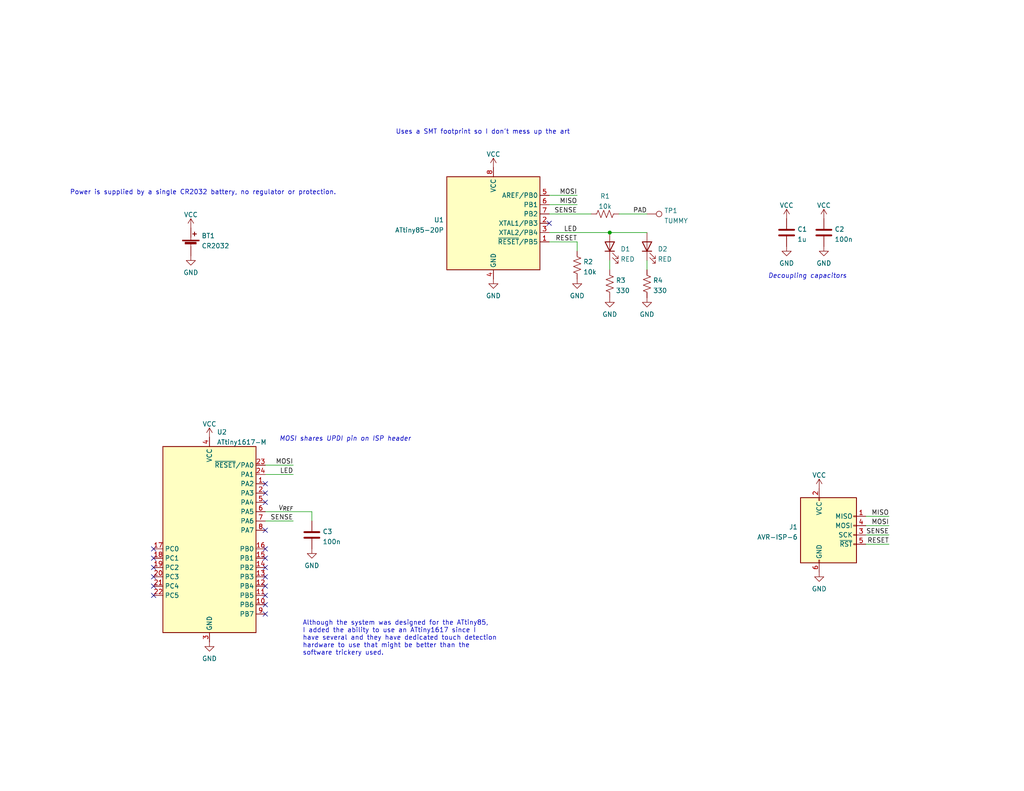
<source format=kicad_sch>
(kicad_sch (version 20250114) (generator "eeschema") (generator_version "9.0")
  (paper "USLetter")
  (title_block (title "Capacitve Sensing Raccoon") (date "2024-01-03") (rev "1.0") (company "Savo Bajic") (comment 1 "Although originally designed for ATtiny85, allows for ATtiny1617") (comment 4 "A small circuit to be handed out as a gift"))
  (lib_symbols
    (symbol "Connector:AVR-ISP-6" (pin_names (offset 1.016))
      (property "Reference" "J" (at -6.35 11.43 0))
      (property "Value" "AVR-ISP-6" (at 0 11.43 0))
      (symbol "AVR-ISP-6_0_1"
        (rectangle (start -2.667 10.16) (end -2.413 9.398))
        (rectangle (start -2.667 -6.858) (end -2.413 -7.62))
        (rectangle (start 7.62 10.16) (end -7.62 -7.62) (stroke (width 0.254)) (fill (type background)))
        (rectangle (start 7.62 5.207) (end 6.858 4.953))
        (rectangle (start 7.62 2.667) (end 6.858 2.413))
        (rectangle (start 7.62 0.127) (end 6.858 -0.127))
        (rectangle (start 7.62 -2.413) (end 6.858 -2.667))
      )
      (symbol "AVR-ISP-6_1_1"
        (pin passive line (at -2.54 12.7 270) (length 2.54) (name "VCC") (number "2"))
        (pin passive line (at -2.54 -10.16 90) (length 2.54) (name "GND") (number "6"))
        (pin passive line (at 10.16 5.08 180) (length 2.54) (name "MISO") (number "1"))
        (pin passive line (at 10.16 2.54 180) (length 2.54) (name "MOSI") (number "4"))
        (pin passive line (at 10.16 0 180) (length 2.54) (name "SCK") (number "3"))
        (pin passive line (at 10.16 -2.54 180) (length 2.54) (name "~{RST}") (number "5"))
      )
    )
    (symbol "Connector:TestPoint" (pin_numbers (hide yes)) (pin_names (offset 0.762) (hide yes))
      (property "Reference" "TP" (at 0 6.858 0))
      (property "Value" "TestPoint" (at 0 5.08 0))
      (symbol "TestPoint_0_1"
        (circle (center 0 3.302) (radius 0.762))
      )
      (symbol "TestPoint_1_1"
        (pin passive line (at 0 0 90) (length 2.54) (name "1") (number "1"))
      )
    )
    (symbol "Device:Battery_Cell" (pin_numbers (hide yes)) (pin_names (offset 0) (hide yes))
      (property "Reference" "BT" (at 2.54 2.54 0))
      (property "Value" "Battery_Cell" (at 2.54 0 0))
      (symbol "Battery_Cell_0_1"
        (rectangle (start -2.286 1.778) (end 2.286 1.524) (fill (type outline)))
        (rectangle (start -1.5748 1.1938) (end 1.4732 0.6858) (fill (type outline)))
        (polyline (pts (xy 0 1.778) (xy 0 2.54)))
        (polyline (pts (xy 0 0.762) (xy 0 0)))
        (polyline (pts (xy 0.508 3.429) (xy 1.524 3.429)) (stroke (width 0.254)))
        (polyline (pts (xy 1.016 3.937) (xy 1.016 2.921)) (stroke (width 0.254)))
      )
      (symbol "Battery_Cell_1_1"
        (pin passive line (at 0 5.08 270) (length 2.54) (name "+") (number "1"))
        (pin passive line (at 0 -2.54 90) (length 2.54) (name "-") (number "2"))
      )
    )
    (symbol "Device:C" (pin_numbers (hide yes)) (pin_names (offset 0.254))
      (property "Reference" "C" (at 0.635 2.54 0))
      (property "Value" "C" (at 0.635 -2.54 0))
      (symbol "C_0_1"
        (polyline (pts (xy -2.032 0.762) (xy 2.032 0.762)) (stroke (width 0.508)))
        (polyline (pts (xy -2.032 -0.762) (xy 2.032 -0.762)) (stroke (width 0.508)))
      )
      (symbol "C_1_1"
        (pin passive line (at 0 3.81 270) (length 2.794) (name "~") (number "1"))
        (pin passive line (at 0 -3.81 90) (length 2.794) (name "~") (number "2"))
      )
    )
    (symbol "Device:LED" (pin_numbers (hide yes)) (pin_names (offset 1.016) (hide yes))
      (property "Reference" "D" (at 0 2.54 0))
      (property "Value" "LED" (at 0 -2.54 0))
      (symbol "LED_0_1"
        (polyline (pts (xy -3.048 -0.762) (xy -4.572 -2.286) (xy -3.81 -2.286) (xy -4.572 -2.286) (xy -4.572 -1.524)))
        (polyline (pts (xy -1.778 -0.762) (xy -3.302 -2.286) (xy -2.54 -2.286) (xy -3.302 -2.286) (xy -3.302 -1.524)))
        (polyline (pts (xy -1.27 0) (xy 1.27 0)))
        (polyline (pts (xy -1.27 -1.27) (xy -1.27 1.27)) (stroke (width 0.254)))
        (polyline (pts (xy 1.27 -1.27) (xy 1.27 1.27) (xy -1.27 0) (xy 1.27 -1.27)) (stroke (width 0.254)))
      )
      (symbol "LED_1_1"
        (pin passive line (at -3.81 0 0) (length 2.54) (name "K") (number "1"))
        (pin passive line (at 3.81 0 180) (length 2.54) (name "A") (number "2"))
      )
    )
    (symbol "Device:R_US" (pin_numbers (hide yes)) (pin_names (offset 0))
      (property "Reference" "R" (at 2.54 0 90))
      (property "Value" "R_US" (at -2.54 0 90))
      (symbol "R_US_0_1"
        (polyline (pts (xy 0 2.286) (xy 0 2.54)))
        (polyline (pts (xy 0 2.286) (xy 1.016 1.905) (xy 0 1.524) (xy -1.016 1.143) (xy 0 0.762)))
        (polyline (pts (xy 0 0.762) (xy 1.016 0.381) (xy 0 0) (xy -1.016 -0.381) (xy 0 -0.762)))
        (polyline (pts (xy 0 -0.762) (xy 1.016 -1.143) (xy 0 -1.524) (xy -1.016 -1.905) (xy 0 -2.286)))
        (polyline (pts (xy 0 -2.286) (xy 0 -2.54)))
      )
      (symbol "R_US_1_1"
        (pin passive line (at 0 3.81 270) (length 1.27) (name "~") (number "1"))
        (pin passive line (at 0 -3.81 90) (length 1.27) (name "~") (number "2"))
      )
    )
    (symbol "MCU_Microchip_ATtiny:ATtiny1617-M"
      (property "Reference" "U" (at -12.7 26.67 0))
      (property "Value" "ATtiny1617-M" (at 2.54 -26.67 0))
      (symbol "ATtiny1617-M_0_1"
        (rectangle (start -12.7 -25.4) (end 12.7 25.4) (stroke (width 0.254)) (fill (type background)))
      )
      (symbol "ATtiny1617-M_1_1"
        (pin bidirectional line (at -15.24 -2.54 0) (length 2.54) (name "PC0") (number "17"))
        (pin bidirectional line (at -15.24 -5.08 0) (length 2.54) (name "PC1") (number "18"))
        (pin bidirectional line (at -15.24 -7.62 0) (length 2.54) (name "PC2") (number "19"))
        (pin bidirectional line (at -15.24 -10.16 0) (length 2.54) (name "PC3") (number "20"))
        (pin bidirectional line (at -15.24 -12.7 0) (length 2.54) (name "PC4") (number "21"))
        (pin bidirectional line (at -15.24 -15.24 0) (length 2.54) (name "PC5") (number "22"))
        (pin power_in line (at 0 27.94 270) (length 2.54) (name "VCC") (number "4"))
        (pin passive line (at 0 -27.94 90) (length 2.54) (hide yes) (name "GND") (number "25"))
        (pin power_in line (at 0 -27.94 90) (length 2.54) (name "GND") (number "3"))
        (pin bidirectional line (at 15.24 20.32 180) (length 2.54) (name "~{RESET}/PA0") (number "23"))
        (pin bidirectional line (at 15.24 17.78 180) (length 2.54) (name "PA1") (number "24"))
        (pin bidirectional line (at 15.24 15.24 180) (length 2.54) (name "PA2") (number "1"))
        (pin bidirectional line (at 15.24 12.7 180) (length 2.54) (name "PA3") (number "2"))
        (pin bidirectional line (at 15.24 10.16 180) (length 2.54) (name "PA4") (number "5"))
        (pin bidirectional line (at 15.24 7.62 180) (length 2.54) (name "PA5") (number "6"))
        (pin bidirectional line (at 15.24 5.08 180) (length 2.54) (name "PA6") (number "7"))
        (pin bidirectional line (at 15.24 2.54 180) (length 2.54) (name "PA7") (number "8"))
        (pin bidirectional line (at 15.24 -2.54 180) (length 2.54) (name "PB0") (number "16"))
        (pin bidirectional line (at 15.24 -5.08 180) (length 2.54) (name "PB1") (number "15"))
        (pin bidirectional line (at 15.24 -7.62 180) (length 2.54) (name "PB2") (number "14"))
        (pin bidirectional line (at 15.24 -10.16 180) (length 2.54) (name "PB3") (number "13"))
        (pin bidirectional line (at 15.24 -12.7 180) (length 2.54) (name "PB4") (number "12"))
        (pin bidirectional line (at 15.24 -15.24 180) (length 2.54) (name "PB5") (number "11"))
        (pin bidirectional line (at 15.24 -17.78 180) (length 2.54) (name "PB6") (number "10"))
        (pin bidirectional line (at 15.24 -20.32 180) (length 2.54) (name "PB7") (number "9"))
      )
    )
    (symbol "MCU_Microchip_ATtiny:ATtiny85-20P"
      (property "Reference" "U" (at -12.7 13.97 0))
      (property "Value" "ATtiny85-20P" (at 2.54 -13.97 0))
      (symbol "ATtiny85-20P_0_1"
        (rectangle (start -12.7 -12.7) (end 12.7 12.7) (stroke (width 0.254)) (fill (type background)))
      )
      (symbol "ATtiny85-20P_1_1"
        (pin power_in line (at 0 15.24 270) (length 2.54) (name "VCC") (number "8"))
        (pin power_in line (at 0 -15.24 90) (length 2.54) (name "GND") (number "4"))
        (pin bidirectional line (at 15.24 7.62 180) (length 2.54) (name "AREF/PB0") (number "5"))
        (pin bidirectional line (at 15.24 5.08 180) (length 2.54) (name "PB1") (number "6"))
        (pin bidirectional line (at 15.24 2.54 180) (length 2.54) (name "PB2") (number "7"))
        (pin bidirectional line (at 15.24 0 180) (length 2.54) (name "XTAL1/PB3") (number "2"))
        (pin bidirectional line (at 15.24 -2.54 180) (length 2.54) (name "XTAL2/PB4") (number "3"))
        (pin bidirectional line (at 15.24 -5.08 180) (length 2.54) (name "~{RESET}/PB5") (number "1"))
      )
    )
    (symbol "power:GND" (power) (pin_names (offset 0))
      (property "Value" "GND" (at 0 -3.81 0))
      (symbol "GND_0_1"
        (polyline (pts (xy 0 0) (xy 0 -1.27) (xy 1.27 -1.27) (xy 0 -2.54) (xy -1.27 -1.27) (xy 0 -1.27)))
      )
      (symbol "GND_1_1"
        (pin power_in line (at 0 0 270) (length 0) (hide yes) (name "GND") (number "1"))
      )
    )
    (symbol "power:VCC" (power) (pin_names (offset 0))
      (property "Value" "VCC" (at 0 3.81 0))
      (symbol "VCC_0_1"
        (polyline (pts (xy -0.762 1.27) (xy 0 2.54)))
        (polyline (pts (xy 0 2.54) (xy 0.762 1.27)))
        (polyline (pts (xy 0 0) (xy 0 2.54)))
      )
      (symbol "VCC_1_1"
        (pin power_in line (at 0 0 90) (length 0) (hide yes) (name "VCC") (number "1"))
      )
    )
  )
  (text "Although the system was designed for the ATtiny85,\nI added the ability to use an ATtiny1617 since I \nhave several and they have dedicated touch detection\nhardware to use that might be better than the\nsoftware trickery used." (at 82.55 179.07 0) (effects (font (size 1.27 1.27)) (justify left bottom)))
  (text "MOSI shares UPDI pin on ISP header" (at 76.2 120.65 0) (effects (font (size 1.27 1.27) (italic yes)) (justify left bottom)))
  (text "Decoupling capacitors" (at 209.55 76.2 0) (effects (font (size 1.27 1.27) (italic yes)) (justify left bottom)))
  (text "Power is supplied by a single CR2032 battery, no regulator or protection." (at 19.05 53.34 0) (effects (font (size 1.27 1.27)) (justify left bottom)))
  (text "Uses a SMT footprint so I don't mess up the art" (at 107.95 36.83 0) (effects (font (size 1.27 1.27)) (justify left bottom)))
  (junction (at 166.37 63.5))
  (no_connect (at 41.91 157.48))
  (no_connect (at 72.39 162.56))
  (no_connect (at 72.39 165.1))
  (no_connect (at 72.39 167.64))
  (no_connect (at 41.91 152.4))
  (no_connect (at 41.91 162.56))
  (no_connect (at 41.91 154.94))
  (no_connect (at 149.86 60.96))
  (no_connect (at 41.91 160.02))
  (no_connect (at 41.91 149.86))
  (no_connect (at 72.39 137.16))
  (no_connect (at 72.39 144.78))
  (no_connect (at 72.39 134.62))
  (no_connect (at 72.39 132.08))
  (no_connect (at 72.39 160.02))
  (no_connect (at 72.39 157.48))
  (no_connect (at 72.39 152.4))
  (no_connect (at 72.39 154.94))
  (no_connect (at 72.39 149.86))
  (wire (pts (xy 72.39 142.24) (xy 80.01 142.24)))
  (wire (pts (xy 236.22 143.51) (xy 242.57 143.51)))
  (wire (pts (xy 236.22 148.59) (xy 242.57 148.59)))
  (wire (pts (xy 166.37 71.12) (xy 166.37 73.66)))
  (wire (pts (xy 72.39 139.7) (xy 85.09 139.7)))
  (wire (pts (xy 166.37 63.5) (xy 176.53 63.5)))
  (wire (pts (xy 149.86 58.42) (xy 161.29 58.42)))
  (wire (pts (xy 149.86 55.88) (xy 157.48 55.88)))
  (wire (pts (xy 149.86 66.04) (xy 157.48 66.04)))
  (wire (pts (xy 157.48 66.04) (xy 157.48 68.58)))
  (wire (pts (xy 85.09 139.7) (xy 85.09 142.24)))
  (wire (pts (xy 72.39 127) (xy 80.01 127)))
  (wire (pts (xy 149.86 53.34) (xy 157.48 53.34)))
  (wire (pts (xy 149.86 63.5) (xy 166.37 63.5)))
  (wire (pts (xy 236.22 146.05) (xy 242.57 146.05)))
  (wire (pts (xy 236.22 140.97) (xy 242.57 140.97)))
  (wire (pts (xy 168.91 58.42) (xy 176.53 58.42)))
  (wire (pts (xy 72.39 129.54) (xy 80.01 129.54)))
  (wire (pts (xy 176.53 73.66) (xy 176.53 71.12)))
  (label "RESET" (at 242.57 148.59 180))
  (label "RESET" (at 157.48 66.04 180))
  (label "SENSE" (at 80.01 142.24 180))
  (label "MOSI" (at 242.57 143.51 180))
  (label "V_{REF}" (at 80.01 139.7 180) (effects (font (italic yes))))
  (label "SENSE" (at 157.48 58.42 180))
  (label "LED" (at 157.48 63.5 180))
  (label "MISO" (at 157.48 55.88 180))
  (label "MOSI" (at 80.01 127 180))
  (label "PAD" (at 176.53 58.42 180))
  (label "LED" (at 80.01 129.54 180))
  (label "MISO" (at 242.57 140.97 180))
  (label "MOSI" (at 157.48 53.34 180))
  (label "SENSE" (at 242.57 146.05 180))
  (symbol (lib_id "power:VCC") (at 224.79 59.69 0) (unit 1)
    (property "Reference" "#PWR03" (effects (hide yes)))
    (property "Value" "VCC" (at 224.79 56.0855 0))
  )
  (symbol (lib_id "Device:R_US") (at 176.53 77.47 0) (unit 1)
    (property "Reference" "R4" (at 178.181 76.5615 0) (effects (justify left)))
    (property "Value" "330" (at 178.181 79.3366 0) (effects (justify left)))
    (property "Footprint" "Resistor_SMD:R_0603_1608Metric" (effects (hide yes)))
  )
  (symbol (lib_id "power:VCC") (at 134.62 45.72 0) (unit 1)
    (property "Reference" "#PWR01" (effects (hide yes)))
    (property "Value" "VCC" (at 134.62 42.1155 0))
  )
  (symbol (lib_id "power:VCC") (at 57.15 119.38 0) (unit 1)
    (property "Reference" "#PWR012" (effects (hide yes)))
    (property "Value" "VCC" (at 57.15 115.7755 0))
  )
  (symbol (lib_id "power:GND") (at 157.48 76.2 0) (unit 1)
    (property "Reference" "#PWR09" (effects (hide yes)))
    (property "Value" "GND" (at 157.48 80.7625 0))
  )
  (symbol (lib_id "MCU_Microchip_ATtiny:ATtiny1617-M") (at 57.15 147.32 0) (unit 1)
    (property "Reference" "U2" (at 59.1694 117.9535 0) (effects (justify left)))
    (property "Value" "ATtiny1617-M" (at 59.1694 120.7286 0) (effects (justify left)))
    (property "Footprint" "Package_DFN_QFN:QFN-24-1EP_4x4mm_P0.5mm_EP2.6x2.6mm" (effects (hide yes)))
    (property "Datasheet" "http://ww1.microchip.com/downloads/en/DeviceDoc/ATtiny3217_1617-Data-Sheet-40001999B.pdf" (effects (hide yes)))
  )
  (symbol (lib_id "power:VCC") (at 52.07 62.23 0) (unit 1)
    (property "Reference" "#PWR04" (effects (hide yes)))
    (property "Value" "VCC" (at 52.07 58.6255 0))
  )
  (symbol (lib_id "Device:R_US") (at 166.37 77.47 0) (unit 1)
    (property "Reference" "R3" (at 168.021 76.5615 0) (effects (justify left)))
    (property "Value" "330" (at 168.021 79.3366 0) (effects (justify left)))
    (property "Footprint" "Resistor_SMD:R_0603_1608Metric" (effects (hide yes)))
  )
  (symbol (lib_id "power:GND") (at 224.79 67.31 0) (unit 1)
    (property "Reference" "#PWR06" (effects (hide yes)))
    (property "Value" "GND" (at 224.79 71.8725 0))
  )
  (symbol (lib_id "Connector:TestPoint") (at 176.53 58.42 270) (unit 1)
    (property "Reference" "TP1" (at 181.229 57.5115 90) (effects (justify left)))
    (property "Value" "TUMMY" (at 181.229 60.2866 90) (effects (justify left)))
    (property "Footprint" "raccoon-art:tummy" (effects (hide yes)))
  )
  (symbol (lib_id "Device:R_US") (at 165.1 58.42 90) (unit 1)
    (property "Reference" "R1" (at 165.1 53.5645 90))
    (property "Value" "10k" (at 165.1 56.3396 90))
    (property "Footprint" "Resistor_SMD:R_0603_1608Metric" (effects (hide yes)))
  )
  (symbol (lib_id "Connector:AVR-ISP-6") (at 226.06 146.05 0) (unit 1)
    (property "Reference" "J1" (at 217.6781 143.8715 0) (effects (justify right)))
    (property "Value" "AVR-ISP-6" (at 217.6781 146.6466 0) (effects (justify right)))
    (property "Footprint" "Connector_PinHeader_2.54mm:PinHeader_2x03_P2.54mm_Vertical_SMD" (effects (hide yes)))
    (property "Datasheet" " ~" (effects (hide yes)))
  )
  (symbol (lib_id "power:GND") (at 52.07 69.85 0) (unit 1)
    (property "Reference" "#PWR07" (effects (hide yes)))
    (property "Value" "GND" (at 52.07 74.4125 0))
  )
  (symbol (lib_id "power:GND") (at 166.37 81.28 0) (unit 1)
    (property "Reference" "#PWR010" (effects (hide yes)))
    (property "Value" "GND" (at 166.37 85.8425 0))
  )
  (symbol (lib_id "power:VCC") (at 223.52 133.35 0) (unit 1)
    (property "Reference" "#PWR013" (effects (hide yes)))
    (property "Value" "VCC" (at 223.52 129.7455 0))
  )
  (symbol (lib_id "power:GND") (at 214.63 67.31 0) (unit 1)
    (property "Reference" "#PWR05" (effects (hide yes)))
    (property "Value" "GND" (at 214.63 71.8725 0))
  )
  (symbol (lib_id "Device:LED") (at 166.37 67.31 90) (unit 1)
    (property "Reference" "D1" (at 169.291 67.989 90) (effects (justify right)))
    (property "Value" "RED" (at 169.291 70.7641 90) (effects (justify right)))
    (property "Footprint" "Diode_SMD:D_0805_2012Metric" (effects (hide yes)))
  )
  (symbol (lib_id "power:GND") (at 134.62 76.2 0) (unit 1)
    (property "Reference" "#PWR08" (effects (hide yes)))
    (property "Value" "GND" (at 134.62 80.7625 0))
  )
  (symbol (lib_id "power:GND") (at 223.52 156.21 0) (unit 1)
    (property "Reference" "#PWR015" (effects (hide yes)))
    (property "Value" "GND" (at 223.52 160.7725 0))
  )
  (symbol (lib_id "power:GND") (at 85.09 149.86 0) (unit 1)
    (property "Reference" "#PWR014" (effects (hide yes)))
    (property "Value" "GND" (at 85.09 154.4225 0))
  )
  (symbol (lib_id "Device:LED") (at 176.53 67.31 90) (unit 1)
    (property "Reference" "D2" (at 179.451 67.989 90) (effects (justify right)))
    (property "Value" "RED" (at 179.451 70.7641 90) (effects (justify right)))
    (property "Footprint" "Diode_SMD:D_0805_2012Metric" (effects (hide yes)))
  )
  (symbol (lib_id "Device:R_US") (at 157.48 72.39 0) (unit 1)
    (property "Reference" "R2" (at 159.131 71.4815 0) (effects (justify left)))
    (property "Value" "10k" (at 159.131 74.2566 0) (effects (justify left)))
    (property "Footprint" "Resistor_SMD:R_0603_1608Metric" (effects (hide yes)))
  )
  (symbol (lib_id "power:GND") (at 57.15 175.26 0) (unit 1)
    (property "Reference" "#PWR016" (effects (hide yes)))
    (property "Value" "GND" (at 57.15 179.8225 0))
  )
  (symbol (lib_id "Device:Battery_Cell") (at 52.07 67.31 0) (unit 1)
    (property "Reference" "BT1" (at 54.991 64.3695 0) (effects (justify left)))
    (property "Value" "CR2032" (at 54.991 67.1446 0) (effects (justify left)))
    (property "Footprint" "Battery:BatteryHolder_Keystone_3002_1x2032" (effects (hide yes)))
  )
  (symbol (lib_id "MCU_Microchip_ATtiny:ATtiny85-20P") (at 134.62 60.96 0) (unit 1)
    (property "Reference" "U1" (at 121.158 60.0515 0) (effects (justify right)))
    (property "Value" "ATtiny85-20P" (at 121.158 62.8266 0) (effects (justify right)))
    (property "Footprint" "Package_DIP:DIP-8_W7.62mm_SMDSocket_SmallPads" (effects (hide yes)))
    (property "Datasheet" "http://ww1.microchip.com/downloads/en/DeviceDoc/atmel-2586-avr-8-bit-microcontroller-attiny25-attiny45-attiny85_datasheet.pdf" (effects (hide yes)))
  )
  (symbol (lib_id "power:VCC") (at 214.63 59.69 0) (unit 1)
    (property "Reference" "#PWR02" (effects (hide yes)))
    (property "Value" "VCC" (at 214.63 56.0855 0))
  )
  (symbol (lib_id "power:GND") (at 176.53 81.28 0) (unit 1)
    (property "Reference" "#PWR011" (effects (hide yes)))
    (property "Value" "GND" (at 176.53 85.8425 0))
  )
  (symbol (lib_id "Device:C") (at 224.79 63.5 0) (unit 1)
    (property "Reference" "C2" (at 227.711 62.5915 0) (effects (justify left)))
    (property "Value" "100n" (at 227.711 65.3666 0) (effects (justify left)))
    (property "Footprint" "Capacitor_SMD:C_0603_1608Metric" (effects (hide yes)))
  )
  (symbol (lib_id "Device:C") (at 214.63 63.5 0) (unit 1)
    (property "Reference" "C1" (at 217.551 62.5915 0) (effects (justify left)))
    (property "Value" "1u" (at 217.551 65.3666 0) (effects (justify left)))
    (property "Footprint" "Capacitor_SMD:C_0603_1608Metric" (effects (hide yes)))
  )
  (symbol (lib_id "Device:C") (at 85.09 146.05 0) (unit 1)
    (property "Reference" "C3" (at 88.011 145.1415 0) (effects (justify left)))
    (property "Value" "100n" (at 88.011 147.9166 0) (effects (justify left)))
    (property "Footprint" "Capacitor_SMD:C_0603_1608Metric" (effects (hide yes)))
  )
)
</source>
